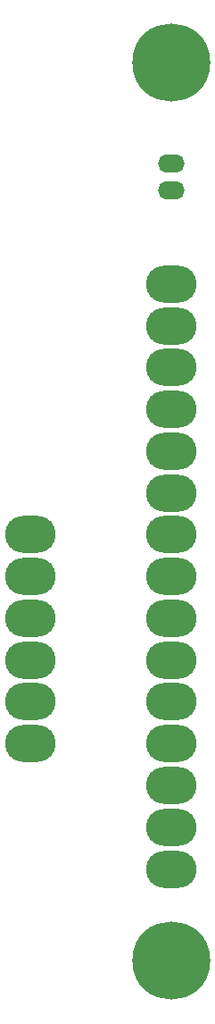
<source format=gbs>
%TF.GenerationSoftware,KiCad,Pcbnew,(5.1.9)-1*%
%TF.CreationDate,2021-05-18T19:43:41+08:00*%
%TF.ProjectId,Tandy1000PowerGeneric,54616e64-7931-4303-9030-506f77657247,rev?*%
%TF.SameCoordinates,Original*%
%TF.FileFunction,Soldermask,Bot*%
%TF.FilePolarity,Negative*%
%FSLAX46Y46*%
G04 Gerber Fmt 4.6, Leading zero omitted, Abs format (unit mm)*
G04 Created by KiCad (PCBNEW (5.1.9)-1) date 2021-05-18 19:43:41*
%MOMM*%
%LPD*%
G01*
G04 APERTURE LIST*
%ADD10O,2.540000X1.700000*%
%ADD11O,4.800000X3.500000*%
%ADD12C,7.400000*%
G04 APERTURE END LIST*
D10*
%TO.C,J3*%
X173355000Y-64135000D03*
X173355000Y-66675000D03*
%TD*%
D11*
%TO.C,J2*%
X173355000Y-131005000D03*
X173355000Y-127045000D03*
X173355000Y-123085000D03*
X173355000Y-119125000D03*
X173355000Y-115165000D03*
X173355000Y-111205000D03*
X173355000Y-107245000D03*
X173355000Y-103285000D03*
X173355000Y-99325000D03*
X173355000Y-95365000D03*
X173355000Y-91405000D03*
X173355000Y-87445000D03*
X173355000Y-83485000D03*
X173355000Y-79525000D03*
X173355000Y-75565000D03*
%TD*%
%TO.C,J1*%
X160020000Y-119125000D03*
X160020000Y-115165000D03*
X160020000Y-111205000D03*
X160020000Y-107245000D03*
X160020000Y-103285000D03*
X160020000Y-99325000D03*
%TD*%
D12*
%TO.C,H2*%
X173355000Y-139680000D03*
%TD*%
%TO.C,H1*%
X173355000Y-54630000D03*
%TD*%
M02*

</source>
